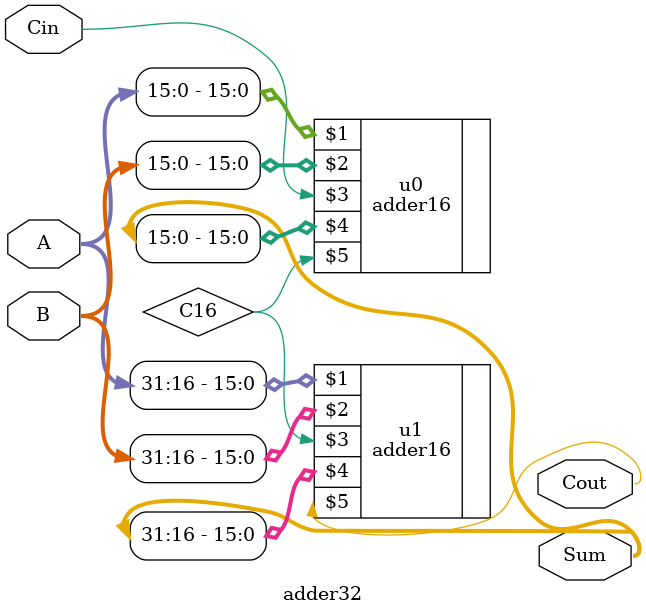
<source format=v>
module adder32 (
    input  [31:0] A,
    input  [31:0] B,
    input         Cin,
    output [31:0] Sum,
    output        Cout
);
    wire C16;

    adder16 u0 (A[15:0],  B[15:0],  Cin,  Sum[15:0],  C16);
    adder16 u1 (A[31:16], B[31:16], C16,  Sum[31:16], Cout);
endmodule

</source>
